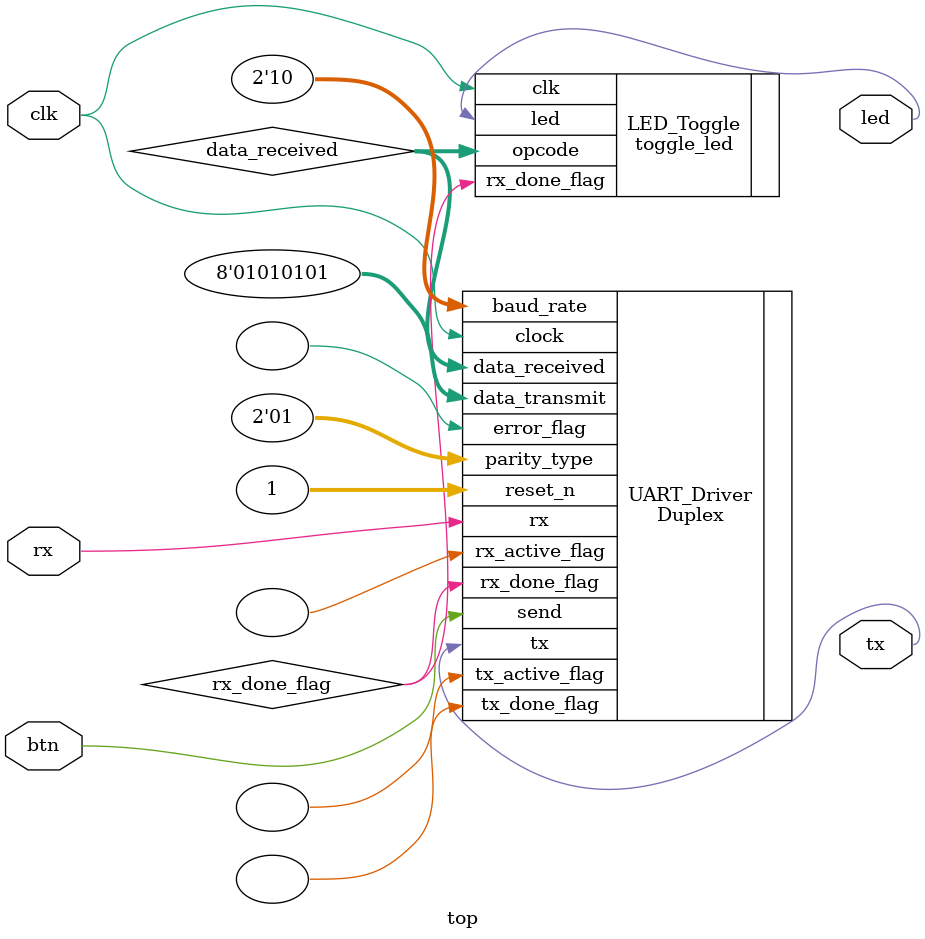
<source format=v>
module top(
    input       clk,
    input       btn,
    input       rx,
    output      tx,
    output      led
);

    reg         send;
    wire [7:0]  data_received;
    wire        rx_done_flag;

    //wire        btn_pressed;

    // //  Instance for the rising edge detector
    // rising_edge_detect BTN_pressed_detect(
    //     .clk            (clk),
    //     .btn            (btn),
    //     .rising_edge    (btn_pressed)
    // );

    Duplex UART_Driver(
        //  Inputs
        .reset_n        (1),
        .send           (btn), 
        .clock          (clk),
        .parity_type    (2'b01),        // ODD parity
        .baud_rate      (2'b10),        // 9600 baud
        .data_transmit  (8'h55),        // ASCII of 'U'
        .rx             (rx),
        //  Outputs
        .tx             (tx),
        .tx_active_flag (),
        .tx_done_flag   (),
        .rx_active_flag (),
        .rx_done_flag   (rx_done_flag),
        .data_received  (data_received),
        .error_flag     ()
    );

    // Instance for the LED toggle
    toggle_led LED_Toggle(
        .clk            (clk),
        .rx_done_flag   (rx_done_flag),
        .opcode         (data_received),
        .led            (led)
    );


endmodule

</source>
